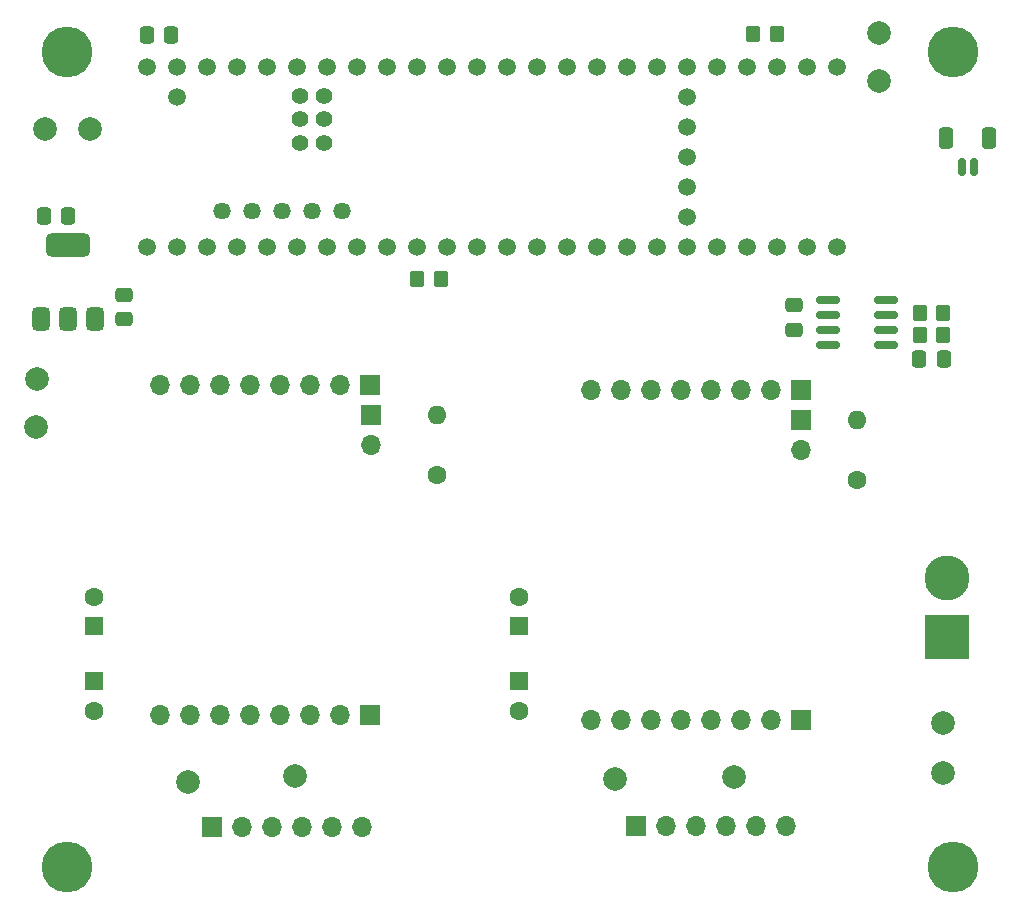
<source format=gts>
G04 #@! TF.GenerationSoftware,KiCad,Pcbnew,8.0.8*
G04 #@! TF.CreationDate,2025-01-20T09:17:35-05:00*
G04 #@! TF.ProjectId,mechanumDriveTrain,6d656368-616e-4756-9d44-726976655472,rev?*
G04 #@! TF.SameCoordinates,Original*
G04 #@! TF.FileFunction,Soldermask,Top*
G04 #@! TF.FilePolarity,Negative*
%FSLAX46Y46*%
G04 Gerber Fmt 4.6, Leading zero omitted, Abs format (unit mm)*
G04 Created by KiCad (PCBNEW 8.0.8) date 2025-01-20 09:17:35*
%MOMM*%
%LPD*%
G01*
G04 APERTURE LIST*
G04 Aperture macros list*
%AMRoundRect*
0 Rectangle with rounded corners*
0 $1 Rounding radius*
0 $2 $3 $4 $5 $6 $7 $8 $9 X,Y pos of 4 corners*
0 Add a 4 corners polygon primitive as box body*
4,1,4,$2,$3,$4,$5,$6,$7,$8,$9,$2,$3,0*
0 Add four circle primitives for the rounded corners*
1,1,$1+$1,$2,$3*
1,1,$1+$1,$4,$5*
1,1,$1+$1,$6,$7*
1,1,$1+$1,$8,$9*
0 Add four rect primitives between the rounded corners*
20,1,$1+$1,$2,$3,$4,$5,0*
20,1,$1+$1,$4,$5,$6,$7,0*
20,1,$1+$1,$6,$7,$8,$9,0*
20,1,$1+$1,$8,$9,$2,$3,0*%
G04 Aperture macros list end*
%ADD10RoundRect,0.250000X-0.350000X-0.450000X0.350000X-0.450000X0.350000X0.450000X-0.350000X0.450000X0*%
%ADD11C,2.000000*%
%ADD12C,4.300000*%
%ADD13C,1.600000*%
%ADD14O,1.600000X1.600000*%
%ADD15R,1.600000X1.600000*%
%ADD16R,1.700000X1.700000*%
%ADD17O,1.700000X1.700000*%
%ADD18R,3.800000X3.800000*%
%ADD19C,3.800000*%
%ADD20RoundRect,0.250000X0.350000X0.450000X-0.350000X0.450000X-0.350000X-0.450000X0.350000X-0.450000X0*%
%ADD21RoundRect,0.150000X-0.150000X-0.625000X0.150000X-0.625000X0.150000X0.625000X-0.150000X0.625000X0*%
%ADD22RoundRect,0.250000X-0.350000X-0.650000X0.350000X-0.650000X0.350000X0.650000X-0.350000X0.650000X0*%
%ADD23RoundRect,0.250000X0.475000X-0.337500X0.475000X0.337500X-0.475000X0.337500X-0.475000X-0.337500X0*%
%ADD24RoundRect,0.150000X-0.825000X-0.150000X0.825000X-0.150000X0.825000X0.150000X-0.825000X0.150000X0*%
%ADD25RoundRect,0.375000X0.375000X-0.625000X0.375000X0.625000X-0.375000X0.625000X-0.375000X-0.625000X0*%
%ADD26RoundRect,0.500000X1.400000X-0.500000X1.400000X0.500000X-1.400000X0.500000X-1.400000X-0.500000X0*%
%ADD27RoundRect,0.250000X0.337500X0.475000X-0.337500X0.475000X-0.337500X-0.475000X0.337500X-0.475000X0*%
%ADD28RoundRect,0.250000X-0.337500X-0.475000X0.337500X-0.475000X0.337500X0.475000X-0.337500X0.475000X0*%
%ADD29C,1.512000*%
%ADD30C,1.462000*%
%ADD31C,1.412000*%
G04 APERTURE END LIST*
D10*
X97200000Y-54100000D03*
X99200000Y-54100000D03*
D11*
X22400000Y-63775000D03*
D10*
X83100000Y-30500000D03*
X85100000Y-30500000D03*
D12*
X100000000Y-101000000D03*
D13*
X56375000Y-67855000D03*
D14*
X56375000Y-62775000D03*
D11*
X44300000Y-93300000D03*
X93800000Y-34425000D03*
D15*
X27290000Y-80625000D03*
D13*
X27290000Y-78125000D03*
D11*
X99225000Y-88825000D03*
D16*
X37325000Y-97625000D03*
D17*
X39865000Y-97625000D03*
X42405000Y-97625000D03*
X44945000Y-97625000D03*
X47485000Y-97625000D03*
X50025000Y-97625000D03*
D12*
X25000000Y-32000000D03*
D16*
X73225000Y-97525000D03*
D17*
X75765000Y-97525000D03*
X78305000Y-97525000D03*
X80845000Y-97525000D03*
X83385000Y-97525000D03*
X85925000Y-97525000D03*
D11*
X35300000Y-93800000D03*
D18*
X99485000Y-81575000D03*
D19*
X99485000Y-76575000D03*
D11*
X26925000Y-38525000D03*
D15*
X63290000Y-80625000D03*
D13*
X63290000Y-78125000D03*
D20*
X56650000Y-51250000D03*
X54650000Y-51250000D03*
D21*
X100775000Y-41790000D03*
X101775000Y-41790000D03*
D22*
X99475000Y-39265000D03*
X103075000Y-39265000D03*
D16*
X87157500Y-60640000D03*
X87157500Y-88560000D03*
D17*
X84617500Y-88560000D03*
X84617500Y-60640000D03*
X82077500Y-60640000D03*
X79537500Y-60640000D03*
X76997500Y-60640000D03*
X74457500Y-60640000D03*
X71917500Y-60640000D03*
X69377500Y-60640000D03*
X82077500Y-88560000D03*
X79537500Y-88560000D03*
X76997500Y-88560000D03*
X74457500Y-88560000D03*
X71917500Y-88560000D03*
X69377500Y-88560000D03*
D16*
X87167500Y-63180000D03*
D17*
X87167500Y-65720000D03*
D23*
X86545000Y-55542500D03*
X86545000Y-53467500D03*
D11*
X93800000Y-30400000D03*
D12*
X100000000Y-32000000D03*
D24*
X89440000Y-53020000D03*
X89440000Y-54290000D03*
X89440000Y-55560000D03*
X89440000Y-56830000D03*
X94390000Y-56830000D03*
X94390000Y-55560000D03*
X94390000Y-54290000D03*
X94390000Y-53020000D03*
D12*
X25000000Y-101000000D03*
D15*
X27290000Y-85275000D03*
D13*
X27290000Y-87775000D03*
D25*
X22800000Y-54615000D03*
X25100000Y-54615000D03*
D26*
X25100000Y-48315000D03*
D25*
X27400000Y-54615000D03*
D27*
X25132500Y-45885000D03*
X23057500Y-45885000D03*
D20*
X99200000Y-56000000D03*
X97200000Y-56000000D03*
D11*
X22500000Y-59725000D03*
X99225000Y-93075000D03*
D15*
X63290000Y-85275000D03*
D13*
X63290000Y-87775000D03*
D11*
X81500000Y-93400000D03*
D27*
X99237500Y-58000000D03*
X97162500Y-58000000D03*
D16*
X50707500Y-60240000D03*
X50707500Y-88160000D03*
D17*
X48167500Y-88160000D03*
X48167500Y-60240000D03*
X45627500Y-60240000D03*
X43087500Y-60240000D03*
X40547500Y-60240000D03*
X38007500Y-60240000D03*
X35467500Y-60240000D03*
X32927500Y-60240000D03*
X45627500Y-88160000D03*
X43087500Y-88160000D03*
X40547500Y-88160000D03*
X38007500Y-88160000D03*
X35467500Y-88160000D03*
X32927500Y-88160000D03*
D16*
X50717500Y-62780000D03*
D17*
X50717500Y-65320000D03*
D28*
X31767500Y-30605000D03*
X33842500Y-30605000D03*
D11*
X23175000Y-38525000D03*
D29*
X34320000Y-48500000D03*
X36860000Y-48500000D03*
X39400000Y-48500000D03*
X41940000Y-48500000D03*
X36860000Y-33260000D03*
X67340000Y-48500000D03*
X77500000Y-43420000D03*
X44480000Y-48500000D03*
X47020000Y-48500000D03*
D30*
X38130000Y-45450000D03*
D29*
X49560000Y-48500000D03*
X52100000Y-48500000D03*
X54640000Y-48500000D03*
X57180000Y-48500000D03*
X59720000Y-48500000D03*
X62260000Y-48500000D03*
X64800000Y-48500000D03*
X64800000Y-33260000D03*
X62260000Y-33260000D03*
X59720000Y-33260000D03*
X57180000Y-33260000D03*
X54640000Y-33260000D03*
X52100000Y-33260000D03*
X49560000Y-33260000D03*
X47020000Y-33260000D03*
X44480000Y-33260000D03*
X41940000Y-33260000D03*
X39400000Y-33260000D03*
X69880000Y-48500000D03*
X72420000Y-48500000D03*
X74960000Y-48500000D03*
X77500000Y-48500000D03*
X80040000Y-48500000D03*
X82580000Y-48500000D03*
X85120000Y-48500000D03*
X87660000Y-48500000D03*
X90200000Y-48500000D03*
X90200000Y-33260000D03*
X87660000Y-33260000D03*
X85120000Y-33260000D03*
X82580000Y-33260000D03*
X80040000Y-33260000D03*
X77500000Y-33260000D03*
X74960000Y-33260000D03*
X72420000Y-33260000D03*
X69880000Y-33260000D03*
D30*
X43210000Y-45450000D03*
X40670000Y-45450000D03*
D29*
X31780000Y-48500000D03*
X34320000Y-33260000D03*
D31*
X46750000Y-37710000D03*
D29*
X67340000Y-33260000D03*
X77500000Y-40880000D03*
D31*
X44750000Y-37710000D03*
D29*
X77500000Y-35800000D03*
X77500000Y-38340000D03*
D31*
X44750000Y-35710000D03*
X46750000Y-35710000D03*
X46750000Y-39710000D03*
X44750000Y-39710000D03*
D30*
X45750000Y-45450000D03*
X48290000Y-45450000D03*
D29*
X77500000Y-45960000D03*
X31780000Y-33260000D03*
X34320000Y-35800000D03*
D23*
X29805000Y-54632500D03*
X29805000Y-52557500D03*
D11*
X71400000Y-93600000D03*
D13*
X91875000Y-68245000D03*
D14*
X91875000Y-63165000D03*
M02*

</source>
